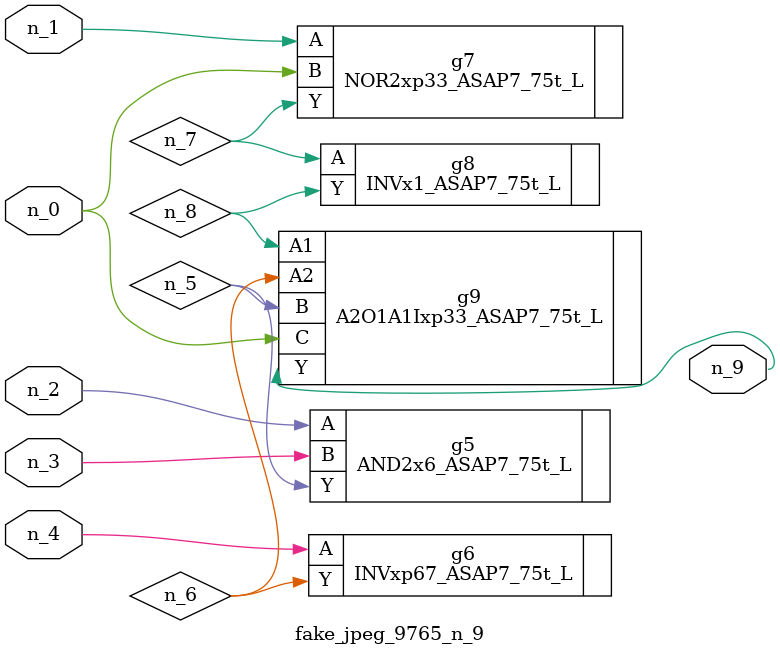
<source format=v>
module fake_jpeg_9765_n_9 (n_3, n_2, n_1, n_0, n_4, n_9);

input n_3;
input n_2;
input n_1;
input n_0;
input n_4;

output n_9;

wire n_8;
wire n_6;
wire n_5;
wire n_7;

AND2x6_ASAP7_75t_L g5 ( 
.A(n_2),
.B(n_3),
.Y(n_5)
);

INVxp67_ASAP7_75t_L g6 ( 
.A(n_4),
.Y(n_6)
);

NOR2xp33_ASAP7_75t_L g7 ( 
.A(n_1),
.B(n_0),
.Y(n_7)
);

INVx1_ASAP7_75t_L g8 ( 
.A(n_7),
.Y(n_8)
);

A2O1A1Ixp33_ASAP7_75t_L g9 ( 
.A1(n_8),
.A2(n_6),
.B(n_5),
.C(n_0),
.Y(n_9)
);


endmodule
</source>
